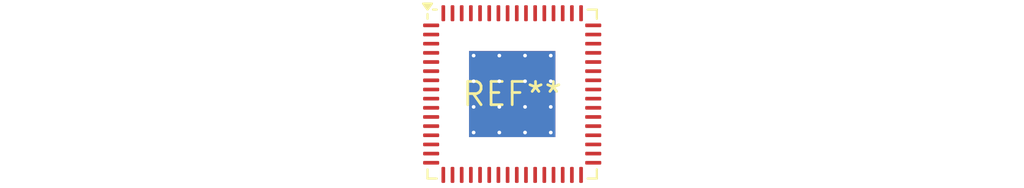
<source format=kicad_pcb>
(kicad_pcb (version 20240108) (generator pcbnew)
  (layers (0 "F.Cu" signal) (31 "B.Cu" signal) (34 "B.Paste" user) (35 "F.Paste" user) (36 "B.SilkS" user "B.Silkscreen") (37 "F.SilkS" user "F.Silkscreen") (38 "B.Mask" user) (39 "F.Mask" user) (44 "Edge.Cuts" user))
  (net 0 "")
  (footprint "QFN-64-1EP_9x9mm_P0.5mm_EP4.7x4.7mm_ThermalVias" (layer "F.Cu") (at 0 0)
    (property "Reference" "REF**")
    (property "Value" "QFN-64-1EP_9x9mm_P0.5mm_EP4.7x4.7mm_ThermalVias")
    (fp_line (start -4.61 -4.11) (end -4.61 -4.37) (layer "F.SilkS") (stroke (width 0.12)))
    (fp_line (start -4.61 4.61) (end -4.61 4.11) (layer "F.SilkS") (stroke (width 0.12)))
    (fp_line (start -4.11 -4.61) (end -4.31 -4.61) (layer "F.SilkS") (stroke (width 0.12)))
    (fp_line (start -4.11 4.61) (end -4.61 4.61) (layer "F.SilkS") (stroke (width 0.12)))
    (fp_line (start 4.11 -4.61) (end 4.61 -4.61) (layer "F.SilkS") (stroke (width 0.12)))
    (fp_line (start 4.11 4.61) (end 4.61 4.61) (layer "F.SilkS") (stroke (width 0.12)))
    (fp_line (start 4.61 -4.61) (end 4.61 -4.11) (layer "F.SilkS") (stroke (width 0.12)))
    (fp_line (start 4.61 4.61) (end 4.61 4.11) (layer "F.SilkS") (stroke (width 0.12)))
    (fp_poly (pts (xy -4.61 -4.61) (xy -4.85 -4.94) (xy -4.37 -4.94) (xy -4.61 -4.61)) (layer "F.SilkS") (stroke (width 0.12)) (fill solid))
    (pad "1" smd roundrect (at -4.4125 -3.75) (size 0.875 0.2) (layers "F.Cu" "F.Paste" "F.Mask"))
    (pad "2" smd roundrect (at -4.4125 -3.25) (size 0.875 0.2) (layers "F.Cu" "F.Paste" "F.Mask"))
    (pad "3" smd roundrect (at -4.4125 -2.75) (size 0.875 0.2) (layers "F.Cu" "F.Paste" "F.Mask"))
    (pad "4" smd roundrect (at -4.4125 -2.25) (size 0.875 0.2) (layers "F.Cu" "F.Paste" "F.Mask"))
    (pad "5" smd roundrect (at -4.4125 -1.75) (size 0.875 0.2) (layers "F.Cu" "F.Paste" "F.Mask"))
    (pad "6" smd roundrect (at -4.4125 -1.25) (size 0.875 0.2) (layers "F.Cu" "F.Paste" "F.Mask"))
    (pad "7" smd roundrect (at -4.4125 -0.75) (size 0.875 0.2) (layers "F.Cu" "F.Paste" "F.Mask"))
    (pad "8" smd roundrect (at -4.4125 -0.25) (size 0.875 0.2) (layers "F.Cu" "F.Paste" "F.Mask"))
    (pad "9" smd roundrect (at -4.4125 0.25) (size 0.875 0.2) (layers "F.Cu" "F.Paste" "F.Mask"))
    (pad "10" smd roundrect (at -4.4125 0.75) (size 0.875 0.2) (layers "F.Cu" "F.Paste" "F.Mask"))
    (pad "11" smd roundrect (at -4.4125 1.25) (size 0.875 0.2) (layers "F.Cu" "F.Paste" "F.Mask"))
    (pad "12" smd roundrect (at -4.4125 1.75) (size 0.875 0.2) (layers "F.Cu" "F.Paste" "F.Mask"))
    (pad "13" smd roundrect (at -4.4125 2.25) (size 0.875 0.2) (layers "F.Cu" "F.Paste" "F.Mask"))
    (pad "14" smd roundrect (at -4.4125 2.75) (size 0.875 0.2) (layers "F.Cu" "F.Paste" "F.Mask"))
    (pad "15" smd roundrect (at -4.4125 3.25) (size 0.875 0.2) (layers "F.Cu" "F.Paste" "F.Mask"))
    (pad "16" smd roundrect (at -4.4125 3.75) (size 0.875 0.2) (layers "F.Cu" "F.Paste" "F.Mask"))
    (pad "17" smd roundrect (at -3.75 4.4125) (size 0.2 0.875) (layers "F.Cu" "F.Paste" "F.Mask"))
    (pad "18" smd roundrect (at -3.25 4.4125) (size 0.2 0.875) (layers "F.Cu" "F.Paste" "F.Mask"))
    (pad "19" smd roundrect (at -2.75 4.4125) (size 0.2 0.875) (layers "F.Cu" "F.Paste" "F.Mask"))
    (pad "20" smd roundrect (at -2.25 4.4125) (size 0.2 0.875) (layers "F.Cu" "F.Paste" "F.Mask"))
    (pad "21" smd roundrect (at -1.75 4.4125) (size 0.2 0.875) (layers "F.Cu" "F.Paste" "F.Mask"))
    (pad "22" smd roundrect (at -1.25 4.4125) (size 0.2 0.875) (layers "F.Cu" "F.Paste" "F.Mask"))
    (pad "23" smd roundrect (at -0.75 4.4125) (size 0.2 0.875) (layers "F.Cu" "F.Paste" "F.Mask"))
    (pad "24" smd roundrect (at -0.25 4.4125) (size 0.2 0.875) (layers "F.Cu" "F.Paste" "F.Mask"))
    (pad "25" smd roundrect (at 0.25 4.4125) (size 0.2 0.875) (layers "F.Cu" "F.Paste" "F.Mask"))
    (pad "26" smd roundrect (at 0.75 4.4125) (size 0.2 0.875) (layers "F.Cu" "F.Paste" "F.Mask"))
    (pad "27" smd roundrect (at 1.25 4.4125) (size 0.2 0.875) (layers "F.Cu" "F.Paste" "F.Mask"))
    (pad "28" smd roundrect (at 1.75 4.4125) (size 0.2 0.875) (layers "F.Cu" "F.Paste" "F.Mask"))
    (pad "29" smd roundrect (at 2.25 4.4125) (size 0.2 0.875) (layers "F.Cu" "F.Paste" "F.Mask"))
    (pad "30" smd roundrect (at 2.75 4.4125) (size 0.2 0.875) (layers "F.Cu" "F.Paste" "F.Mask"))
    (pad "31" smd roundrect (at 3.25 4.4125) (size 0.2 0.875) (layers "F.Cu" "F.Paste" "F.Mask"))
    (pad "32" smd roundrect (at 3.75 4.4125) (size 0.2 0.875) (layers "F.Cu" "F.Paste" "F.Mask"))
    (pad "33" smd roundrect (at 4.4125 3.75) (size 0.875 0.2) (layers "F.Cu" "F.Paste" "F.Mask"))
    (pad "34" smd roundrect (at 4.4125 3.25) (size 0.875 0.2) (layers "F.Cu" "F.Paste" "F.Mask"))
    (pad "35" smd roundrect (at 4.4125 2.75) (size 0.875 0.2) (layers "F.Cu" "F.Paste" "F.Mask"))
    (pad "36" smd roundrect (at 4.4125 2.25) (size 0.875 0.2) (layers "F.Cu" "F.Paste" "F.Mask"))
    (pad "37" smd roundrect (at 4.4125 1.75) (size 0.875 0.2) (layers "F.Cu" "F.Paste" "F.Mask"))
    (pad "38" smd roundrect (at 4.4125 1.25) (size 0.875 0.2) (layers "F.Cu" "F.Paste" "F.Mask"))
    (pad "39" smd roundrect (at 4.4125 0.75) (size 0.875 0.2) (layers "F.Cu" "F.Paste" "F.Mask"))
    (pad "40" smd roundrect (at 4.4125 0.25) (size 0.875 0.2) (layers "F.Cu" "F.Paste" "F.Mask"))
    (pad "41" smd roundrect (at 4.4125 -0.25) (size 0.875 0.2) (layers "F.Cu" "F.Paste" "F.Mask"))
    (pad "42" smd roundrect (at 4.4125 -0.75) (size 0.875 0.2) (layers "F.Cu" "F.Paste" "F.Mask"))
    (pad "43" smd roundrect (at 4.4125 -1.25) (size 0.875 0.2) (layers "F.Cu" "F.Paste" "F.Mask"))
    (pad "44" smd roundrect (at 4.4125 -1.75) (size 0.875 0.2) (layers "F.Cu" "F.Paste" "F.Mask"))
    (pad "45" smd roundrect (at 4.4125 -2.25) (size 0.875 0.2) (layers "F.Cu" "F.Paste" "F.Mask"))
    (pad "46" smd roundrect (at 4.4125 -2.75) (size 0.875 0.2) (layers "F.Cu" "F.Paste" "F.Mask"))
    (pad "47" smd roundrect (at 4.4125 -3.25) (size 0.875 0.2) (layers "F.Cu" "F.Paste" "F.Mask"))
    (pad "48" smd roundrect (at 4.4125 -3.75) (size 0.875 0.2) (layers "F.Cu" "F.Paste" "F.Mask"))
    (pad "49" smd roundrect (at 3.75 -4.4125) (size 0.2 0.875) (layers "F.Cu" "F.Paste" "F.Mask"))
    (pad "50" smd roundrect (at 3.25 -4.4125) (size 0.2 0.875) (layers "F.Cu" "F.Paste" "F.Mask"))
    (pad "51" smd roundrect (at 2.75 -4.4125) (size 0.2 0.875) (layers "F.Cu" "F.Paste" "F.Mask"))
    (pad "52" smd roundrect (at 2.25 -4.4125) (size 0.2 0.875) (layers "F.Cu" "F.Paste" "F.Mask"))
    (pad "53" smd roundrect (at 1.75 -4.4125) (size 0.2 0.875) (layers "F.Cu" "F.Paste" "F.Mask"))
    (pad "54" smd roundrect (at 1.25 -4.4125) (size 0.2 0.875) (layers "F.Cu" "F.Paste" "F.Mask"))
    (pad "55" smd roundrect (at 0.75 -4.4125) (size 0.2 0.875) (layers "F.Cu" "F.Paste" "F.Mask"))
    (pad "56" smd roundrect (at 0.25 -4.4125) (size 0.2 0.875) (layers "F.Cu" "F.Paste" "F.Mask"))
    (pad "57" smd roundrect (at -0.25 -4.4125) (size 0.2 0.875) (layers "F.Cu" "F.Paste" "F.Mask"))
    (pad "58" smd roundrect (at -0.75 -4.4125) (size 0.2 0.875) (layers "F.Cu" "F.Paste" "F.Mask"))
    (pad "59" smd roundrect (at -1.25 -4.4125) (size 0.2 0.875) (layers "F.Cu" "F.Paste" "F.Mask"))
    (pad "60" smd roundrect (at -1.75 -4.4125) (size 0.2 0.875) (layers "F.Cu" "F.Paste" "F.Mask"))
    (pad "61" smd roundrect (at -2.25 -4.4125) (size 0.2 0.875) (layers "F.Cu" "F.Paste" "F.Mask"))
    (pad "62" smd roundrect (at -2.75 -4.4125) (size 0.2 0.875) (layers "F.Cu" "F.Paste" "F.Mask"))
    (pad "63" smd roundrect (at -3.25 -4.4125) (size 0.2 0.875) (layers "F.Cu" "F.Paste" "F.Mask"))
    (pad "64" smd roundrect (at -3.75 -4.4125) (size 0.2 0.875) (layers "F.Cu" "F.Paste" "F.Mask"))
    (pad "65" thru_hole circle (at -2.1 -2.1) (size 0.5 0.5) (drill 0.2) (property pad_prop_heatsink) (layers *.Cu) (remove_unused_layers))
    (pad "65" thru_hole circle (at -2.1 -0.7) (size 0.5 0.5) (drill 0.2) (property pad_prop_heatsink) (layers *.Cu) (remove_unused_layers))
    (pad "65" thru_hole circle (at -2.1 0.7) (size 0.5 0.5) (drill 0.2) (property pad_prop_heatsink) (layers *.Cu) (remove_unused_layers))
    (pad "65" thru_hole circle (at -2.1 2.1) (size 0.5 0.5) (drill 0.2) (property pad_prop_heatsink) (layers *.Cu) (remove_unused_layers))
    (pad "65" thru_hole circle (at -0.7 -2.1) (size 0.5 0.5) (drill 0.2) (property pad_prop_heatsink) (layers *.Cu) (remove_unused_layers))
    (pad "65" thru_hole circle (at -0.7 -0.7) (size 0.5 0.5) (drill 0.2) (property pad_prop_heatsink) (layers *.Cu) (remove_unused_layers))
    (pad "65" thru_hole circle (at -0.7 0.7) (size 0.5 0.5) (drill 0.2) (property pad_prop_heatsink) (layers *.Cu) (remove_unused_layers))
    (pad "65" thru_hole circle (at -0.7 2.1) (size 0.5 0.5) (drill 0.2) (property pad_prop_heatsink) (layers *.Cu) (remove_unused_layers))
    (pad "65" smd rect (at 0 0) (size 4.7 4.7) (property pad_prop_heatsink) (layers "F.Cu" "F.Mask"))
    (pad "65" smd rect (at 0 0) (size 4.7 4.7) (property pad_prop_heatsink) (layers "B.Cu"))
    (pad "65" thru_hole circle (at 0.7 -2.1) (size 0.5 0.5) (drill 0.2) (property pad_prop_heatsink) (layers *.Cu) (remove_unused_layers))
    (pad "65" thru_hole circle (at 0.7 -0.7) (size 0.5 0.5) (drill 0.2) (property pad_prop_heatsink) (layers *.Cu) (remove_unused_layers))
    (pad "65" thru_hole circle (at 0.7 0.7) (size 0.5 0.5) (drill 0.2) (property pad_prop_heatsink) (layers *.Cu) (remove_unused_layers))
    (pad "65" thru_hole circle (at 0.7 2.1) (size 0.5 0.5) (drill 0.2) (property pad_prop_heatsink) (layers *.Cu) (remove_unused_layers))
    (pad "65" thru_hole circle (at 2.1 -2.1) (size 0.5 0.5) (drill 0.2) (property pad_prop_heatsink) (layers *.Cu) (remove_unused_layers))
    (pad "65" thru_hole circle (at 2.1 -0.7) (size 0.5 0.5) (drill 0.2) (property pad_prop_heatsink) (layers *.Cu) (remove_unused_layers))
    (pad "65" thru_hole circle (at 2.1 0.7) (size 0.5 0.5) (drill 0.2) (property pad_prop_heatsink) (layers *.Cu) (remove_unused_layers))
    (pad "65" thru_hole circle (at 2.1 2.1) (size 0.5 0.5) (drill 0.2) (property pad_prop_heatsink) (layers *.Cu) (remove_unused_layers))
  )
)
</source>
